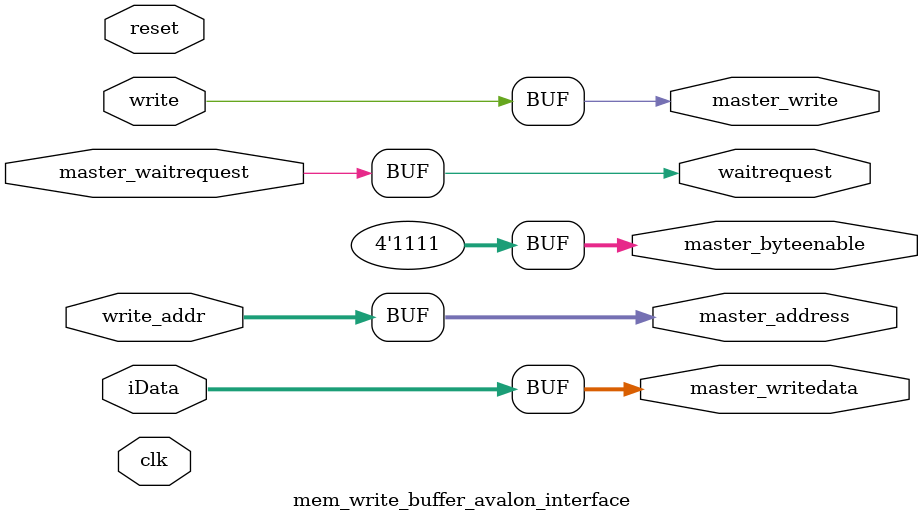
<source format=v>

module mem_write_buffer_avalon_interface (
	input					clk,
	input					reset,
	
	// Control inputs and outputs
	input		[31:0]	write_addr,
	input		[31:0]	iData,
	input					write,
	output				waitrequest,
	
	// Avalon-MM master signals
	output	[31:0]	master_address,
	output				master_write,
	output	[3:0] 	master_byteenable,
	output	[31:0] 	master_writedata,
	input					master_waitrequest
);
	parameter DATAWIDTH = 32;
	parameter BYTEENABLEWIDTH = 4;
	parameter ADDRESSWIDTH = 30;		// 1GB
//	parameter FIFODEPTH = 32;
//	parameter FIFODEPTH_LOG2 = 5;
//	parameter FIFOUSEMEMORY = 1;  // set to 0 to use LEs instead
	
	// controlled signals going to the master/control ports
	assign	master_address = write_addr;
	assign	master_byteenable = 4'b1111;
	assign	master_write = write;
	assign	master_writedata = iData;
	
	assign	waitrequest = master_waitrequest;
	
endmodule


</source>
